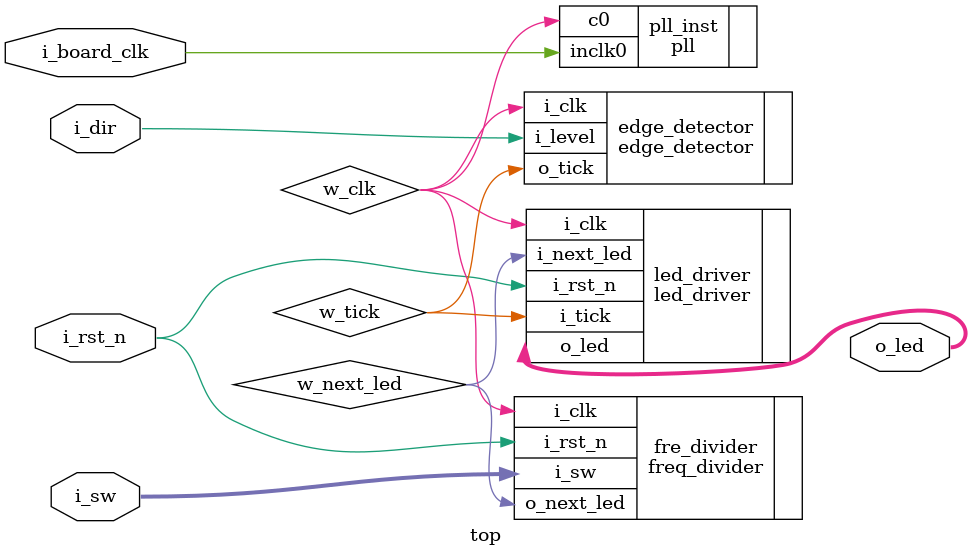
<source format=sv>

module top(i_board_clk, i_rst_n, i_sw, i_dir, o_led);
	
	input i_board_clk;
	input i_rst_n;
	input [3:0] i_sw;
	input i_dir;
	
	logic w_clk;
	logic w_next_led;
	logic w_tick;
	
	output [7:0] o_led;
	
	pll	pll_inst (
	.inclk0 ( i_board_clk ),
	.c0 ( w_clk )
	);
	
	edge_detector edge_detector(
	.i_clk(w_clk),
	.i_level(i_dir),
	.o_tick(w_tick)
	);
	
	freq_divider fre_divider(
	.i_clk(w_clk),
	.i_rst_n(i_rst_n), 
	.i_sw(i_sw), 
	.o_next_led(w_next_led)
	);
	
	led_driver led_driver(
	.i_clk(w_clk),
	.i_rst_n(i_rst_n),
	.i_next_led(w_next_led),
	.i_tick(w_tick),
	.o_led(o_led)
	);
endmodule 
</source>
